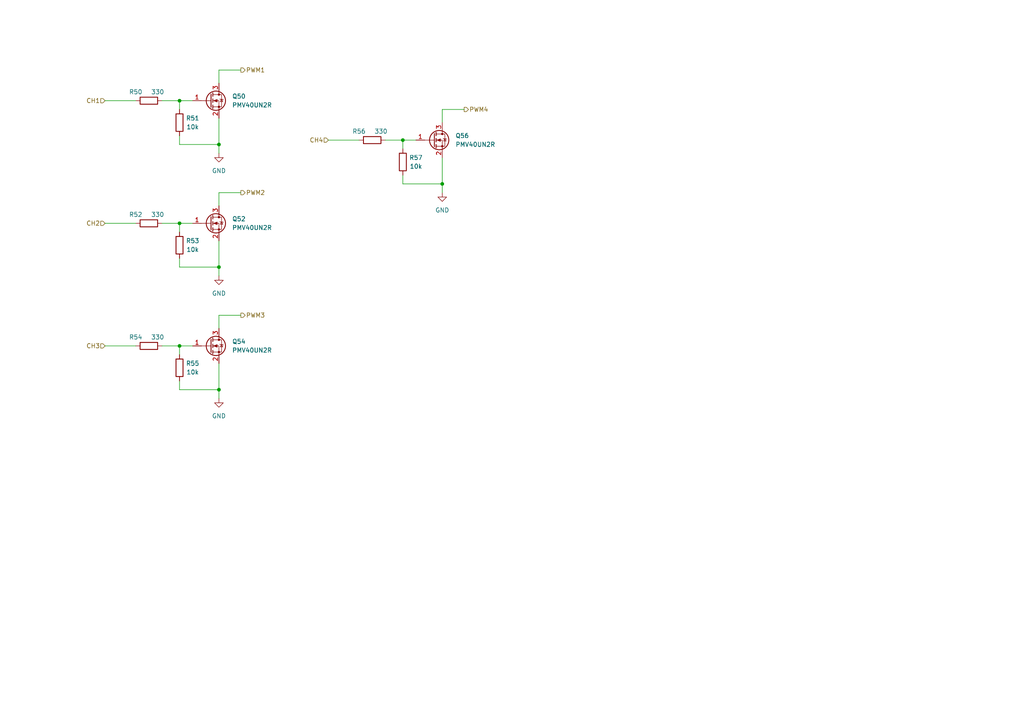
<source format=kicad_sch>
(kicad_sch (version 20230121) (generator eeschema)
  (paper "A4")
  (title_block (title "LED Driver") (date "2023-01-30") (rev "A") (company "PaEber Electronics") (comment 1 "ESP based LED driver for ESPHome"))
  (lib_symbols
    (symbol "Device:R" (pin_numbers hide) (pin_names (offset 0))
      (property "Reference" "R" (at 2.032 0 90))
      (property "Value" "R" (at 0 0 90))
      (symbol "R_0_1"
        (rectangle (start -1.016 -2.54) (end 1.016 2.54) (stroke (width 0.254)))
      )
      (symbol "R_1_1"
        (pin passive line (at 0 3.81 270) (length 1.27) (name "~") (number "1"))
        (pin passive line (at 0 -3.81 90) (length 1.27) (name "~") (number "2"))
      )
    )
    (symbol "paeber:PMV40UN2R" (pin_names hide)
      (property "Reference" "Q58" (at 6.35 1.2701 0))
      (property "Value" "PMV40UN2R" (at 6.35 -1.2699 0))
      (symbol "PMV40UN2R_0_1"
        (polyline (pts (xy 0.254 0) (xy -2.54 0)))
        (polyline (pts (xy 0.254 1.905) (xy 0.254 -1.905)) (stroke (width 0.254)))
        (polyline (pts (xy 0.762 -1.27) (xy 0.762 -2.286)) (stroke (width 0.254)))
        (polyline (pts (xy 0.762 0.508) (xy 0.762 -0.508)) (stroke (width 0.254)))
        (polyline (pts (xy 0.762 2.286) (xy 0.762 1.27)) (stroke (width 0.254)))
        (polyline (pts (xy 2.54 2.54) (xy 2.54 1.778)))
        (polyline (pts (xy 2.54 -2.54) (xy 2.54 0) (xy 0.762 0)))
        (polyline (pts (xy 0.762 -1.778) (xy 3.302 -1.778) (xy 3.302 1.778) (xy 0.762 1.778)))
        (polyline (pts (xy 1.016 0) (xy 2.032 0.381) (xy 2.032 -0.381) (xy 1.016 0)) (fill (type outline)))
        (polyline (pts (xy 2.794 0.508) (xy 2.921 0.381) (xy 3.683 0.381) (xy 3.81 0.254)))
        (polyline (pts (xy 3.302 0.381) (xy 2.921 -0.254) (xy 3.683 -0.254) (xy 3.302 0.381)))
        (circle (center 1.651 0) (radius 2.794) (stroke (width 0.254)))
        (circle (center 2.54 -1.778) (radius 0.254) (fill (type outline)))
        (circle (center 2.54 1.778) (radius 0.254) (fill (type outline)))
      )
      (symbol "PMV40UN2R_1_1"
        (pin input line (at -5.08 0 0) (length 2.54) (name "G") (number "1"))
        (pin passive line (at 2.54 -5.08 90) (length 2.54) (name "S") (number "2"))
        (pin passive line (at 2.54 5.08 270) (length 2.54) (name "D") (number "3"))
      )
    )
    (symbol "power:GND" (power) (pin_names (offset 0))
      (property "Value" "GND" (at 0 -3.81 0))
      (symbol "GND_0_1"
        (polyline (pts (xy 0 0) (xy 0 -1.27) (xy 1.27 -1.27) (xy 0 -2.54) (xy -1.27 -1.27) (xy 0 -1.27)))
      )
      (symbol "GND_1_1"
        (pin power_in line (at 0 0 270) (length 0) hide (name "GND") (number "1"))
      )
    )
  )
  (junction (at 52.07 29.21))
  (junction (at 63.5 41.91))
  (junction (at 63.5 77.47))
  (junction (at 52.07 100.33))
  (junction (at 52.07 64.77))
  (junction (at 116.84 40.64))
  (junction (at 63.5 113.03))
  (junction (at 128.27 53.34))
  (wire (pts (xy 52.07 100.33) (xy 52.07 102.87)))
  (wire (pts (xy 116.84 40.64) (xy 120.65 40.64)))
  (wire (pts (xy 46.99 64.77) (xy 52.07 64.77)))
  (wire (pts (xy 30.48 64.77) (xy 39.37 64.77)))
  (wire (pts (xy 52.07 74.93) (xy 52.07 77.47)))
  (wire (pts (xy 46.99 29.21) (xy 52.07 29.21)))
  (wire (pts (xy 95.25 40.64) (xy 104.14 40.64)))
  (wire (pts (xy 116.84 50.8) (xy 116.84 53.34)))
  (wire (pts (xy 52.07 29.21) (xy 52.07 31.75)))
  (wire (pts (xy 128.27 53.34) (xy 128.27 45.72)))
  (wire (pts (xy 128.27 31.75) (xy 128.27 35.56)))
  (wire (pts (xy 116.84 53.34) (xy 128.27 53.34)))
  (wire (pts (xy 128.27 53.34) (xy 128.27 55.88)))
  (wire (pts (xy 52.07 110.49) (xy 52.07 113.03)))
  (wire (pts (xy 63.5 91.44) (xy 63.5 95.25)))
  (wire (pts (xy 63.5 113.03) (xy 63.5 105.41)))
  (wire (pts (xy 69.85 20.32) (xy 63.5 20.32)))
  (wire (pts (xy 69.85 55.88) (xy 63.5 55.88)))
  (wire (pts (xy 52.07 64.77) (xy 55.88 64.77)))
  (wire (pts (xy 63.5 55.88) (xy 63.5 59.69)))
  (wire (pts (xy 111.76 40.64) (xy 116.84 40.64)))
  (wire (pts (xy 69.85 91.44) (xy 63.5 91.44)))
  (wire (pts (xy 52.07 39.37) (xy 52.07 41.91)))
  (wire (pts (xy 52.07 77.47) (xy 63.5 77.47)))
  (wire (pts (xy 63.5 20.32) (xy 63.5 24.13)))
  (wire (pts (xy 63.5 41.91) (xy 63.5 44.45)))
  (wire (pts (xy 63.5 77.47) (xy 63.5 69.85)))
  (wire (pts (xy 63.5 41.91) (xy 63.5 34.29)))
  (wire (pts (xy 30.48 100.33) (xy 39.37 100.33)))
  (wire (pts (xy 52.07 113.03) (xy 63.5 113.03)))
  (wire (pts (xy 63.5 77.47) (xy 63.5 80.01)))
  (wire (pts (xy 116.84 40.64) (xy 116.84 43.18)))
  (wire (pts (xy 52.07 29.21) (xy 55.88 29.21)))
  (wire (pts (xy 134.62 31.75) (xy 128.27 31.75)))
  (wire (pts (xy 52.07 41.91) (xy 63.5 41.91)))
  (wire (pts (xy 30.48 29.21) (xy 39.37 29.21)))
  (wire (pts (xy 63.5 113.03) (xy 63.5 115.57)))
  (wire (pts (xy 52.07 64.77) (xy 52.07 67.31)))
  (wire (pts (xy 52.07 100.33) (xy 55.88 100.33)))
  (wire (pts (xy 46.99 100.33) (xy 52.07 100.33)))
  (hierarchical_label "CH2" (shape input) (at 30.48 64.77 180))
  (hierarchical_label "CH3" (shape input) (at 30.48 100.33 180))
  (hierarchical_label "PWM3" (shape output) (at 69.85 91.44 0))
  (hierarchical_label "PWM4" (shape output) (at 134.62 31.75 0))
  (hierarchical_label "CH4" (shape input) (at 95.25 40.64 180))
  (hierarchical_label "PWM2" (shape output) (at 69.85 55.88 0))
  (hierarchical_label "CH1" (shape input) (at 30.48 29.21 180))
  (hierarchical_label "PWM1" (shape output) (at 69.85 20.32 0))
  (symbol (lib_id "power:GND") (at 63.5 44.45 0) (unit 1)
    (property "Reference" "#PWR0113" (effects hide))
    (property "Value" "GND" (at 63.5 49.53 0))
  )
  (symbol (lib_id "power:GND") (at 63.5 80.01 0) (unit 1)
    (property "Reference" "#PWR0114" (effects hide))
    (property "Value" "GND" (at 63.5 85.09 0))
  )
  (symbol (lib_id "Device:R") (at 43.18 64.77 90) (mirror x) (unit 1)
    (property "Reference" "R52" (at 39.37 62.23 90))
    (property "Value" "330" (at 45.72 62.23 90))
    (property "Footprint" "Resistor_SMD:R_0603_1608Metric_Pad0.98x0.95mm_HandSolder" (effects hide))
  )
  (symbol (lib_id "Device:R") (at 107.95 40.64 90) (mirror x) (unit 1)
    (property "Reference" "R56" (at 104.14 38.1 90))
    (property "Value" "330" (at 110.49 38.1 90))
    (property "Footprint" "Resistor_SMD:R_0603_1608Metric_Pad0.98x0.95mm_HandSolder" (effects hide))
  )
  (symbol (lib_id "power:GND") (at 128.27 55.88 0) (unit 1)
    (property "Reference" "#PWR0112" (effects hide))
    (property "Value" "GND" (at 128.27 60.96 0))
  )
  (symbol (lib_id "Device:R") (at 43.18 29.21 90) (mirror x) (unit 1)
    (property "Reference" "R50" (at 39.37 26.67 90))
    (property "Value" "330" (at 45.72 26.67 90))
    (property "Footprint" "Resistor_SMD:R_0603_1608Metric_Pad0.98x0.95mm_HandSolder" (effects hide))
  )
  (symbol (lib_id "Device:R") (at 52.07 35.56 0) (mirror x) (unit 1)
    (property "Reference" "R51" (at 55.88 34.29 0))
    (property "Value" "10k" (at 55.88 36.83 0))
    (property "Footprint" "Resistor_SMD:R_0603_1608Metric_Pad0.98x0.95mm_HandSolder" (effects hide))
  )
  (symbol (lib_id "Device:R") (at 52.07 71.12 0) (mirror x) (unit 1)
    (property "Reference" "R53" (at 55.88 69.85 0))
    (property "Value" "10k" (at 55.88 72.39 0))
    (property "Footprint" "Resistor_SMD:R_0603_1608Metric_Pad0.98x0.95mm_HandSolder" (effects hide))
  )
  (symbol (lib_id "paeber:PMV40UN2R") (at 60.96 29.21 0) (unit 1)
    (property "Reference" "Q50" (at 67.31 27.9399 0) (effects (justify left)))
    (property "Value" "PMV40UN2R" (at 67.31 30.4799 0) (effects (justify left)))
    (property "Footprint" "Package_TO_SOT_SMD:SOT-23" (effects hide))
    (property "Datasheet" "https://www.mouser.ch/datasheet/2/916/PMV40UN2-2937091.pdf" (effects hide))
    (property "LCSC" "C130869" (effects hide))
    (property "Mouser" "771-PMV40UN2R" (effects hide))
  )
  (symbol (lib_id "paeber:PMV40UN2R") (at 60.96 64.77 0) (unit 1)
    (property "Reference" "Q52" (at 67.31 63.4999 0) (effects (justify left)))
    (property "Value" "PMV40UN2R" (at 67.31 66.0399 0) (effects (justify left)))
    (property "Footprint" "Package_TO_SOT_SMD:SOT-23" (effects hide))
    (property "Datasheet" "https://www.mouser.ch/datasheet/2/916/PMV40UN2-2937091.pdf" (effects hide))
    (property "LCSC" "C130869" (effects hide))
    (property "Mouser" "771-PMV40UN2R" (effects hide))
  )
  (symbol (lib_id "paeber:PMV40UN2R") (at 60.96 100.33 0) (unit 1)
    (property "Reference" "Q54" (at 67.31 99.0599 0) (effects (justify left)))
    (property "Value" "PMV40UN2R" (at 67.31 101.5999 0) (effects (justify left)))
    (property "Footprint" "Package_TO_SOT_SMD:SOT-23" (effects hide))
    (property "Datasheet" "https://www.mouser.ch/datasheet/2/916/PMV40UN2-2937091.pdf" (effects hide))
    (property "LCSC" "C130869" (effects hide))
    (property "Mouser" "771-PMV40UN2R" (effects hide))
  )
  (symbol (lib_id "power:GND") (at 63.5 115.57 0) (unit 1)
    (property "Reference" "#PWR0115" (effects hide))
    (property "Value" "GND" (at 63.5 120.65 0))
  )
  (symbol (lib_id "Device:R") (at 43.18 100.33 90) (mirror x) (unit 1)
    (property "Reference" "R54" (at 39.37 97.79 90))
    (property "Value" "330" (at 45.72 97.79 90))
    (property "Footprint" "Resistor_SMD:R_0603_1608Metric_Pad0.98x0.95mm_HandSolder" (effects hide))
  )
  (symbol (lib_id "paeber:PMV40UN2R") (at 125.73 40.64 0) (unit 1)
    (property "Reference" "Q56" (at 132.08 39.3699 0) (effects (justify left)))
    (property "Value" "PMV40UN2R" (at 132.08 41.9099 0) (effects (justify left)))
    (property "Footprint" "Package_TO_SOT_SMD:SOT-23" (effects hide))
    (property "Datasheet" "https://www.mouser.ch/datasheet/2/916/PMV40UN2-2937091.pdf" (effects hide))
    (property "LCSC" "C130869" (effects hide))
    (property "Mouser" "771-PMV40UN2R" (effects hide))
  )
  (symbol (lib_id "Device:R") (at 52.07 106.68 0) (mirror x) (unit 1)
    (property "Reference" "R55" (at 55.88 105.41 0))
    (property "Value" "10k" (at 55.88 107.95 0))
    (property "Footprint" "Resistor_SMD:R_0603_1608Metric_Pad0.98x0.95mm_HandSolder" (effects hide))
  )
  (symbol (lib_id "Device:R") (at 116.84 46.99 0) (mirror x) (unit 1)
    (property "Reference" "R57" (at 120.65 45.72 0))
    (property "Value" "10k" (at 120.65 48.26 0))
    (property "Footprint" "Resistor_SMD:R_0603_1608Metric_Pad0.98x0.95mm_HandSolder" (effects hide))
  )
)
</source>
